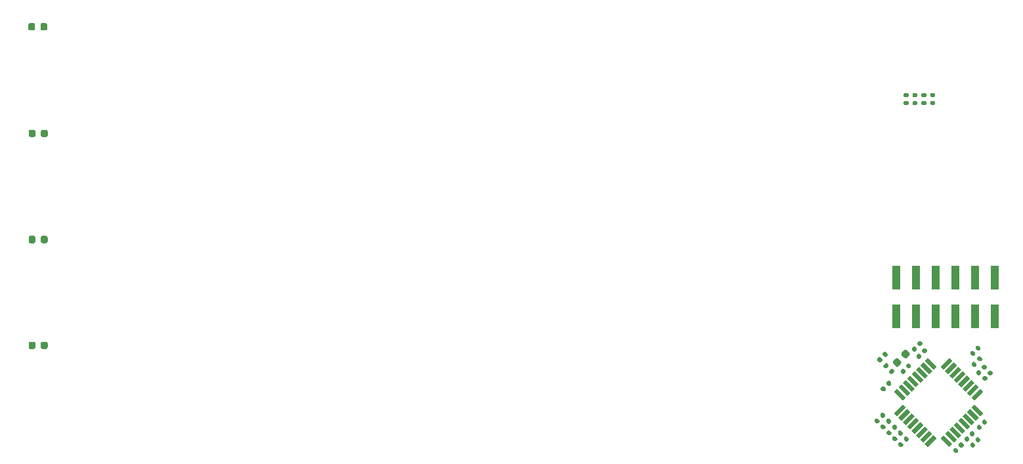
<source format=gbr>
%TF.GenerationSoftware,KiCad,Pcbnew,5.1.9+dfsg1-1~bpo10+1*%
%TF.CreationDate,2021-11-03T11:38:12+01:00*%
%TF.ProjectId,SynthoGame_top,53796e74-686f-4476-916d-655f746f702e,rev?*%
%TF.SameCoordinates,Original*%
%TF.FileFunction,Paste,Bot*%
%TF.FilePolarity,Positive*%
%FSLAX46Y46*%
G04 Gerber Fmt 4.6, Leading zero omitted, Abs format (unit mm)*
G04 Created by KiCad (PCBNEW 5.1.9+dfsg1-1~bpo10+1) date 2021-11-03 11:38:12*
%MOMM*%
%LPD*%
G01*
G04 APERTURE LIST*
%ADD10C,0.100000*%
%ADD11R,1.000000X3.150000*%
G04 APERTURE END LIST*
%TO.C,C61*%
G36*
G01*
X209882807Y-104877609D02*
X209642391Y-104637193D01*
G75*
G02*
X209642391Y-104439203I98995J98995D01*
G01*
X209840381Y-104241213D01*
G75*
G02*
X210038371Y-104241213I98995J-98995D01*
G01*
X210278787Y-104481629D01*
G75*
G02*
X210278787Y-104679619I-98995J-98995D01*
G01*
X210080797Y-104877609D01*
G75*
G02*
X209882807Y-104877609I-98995J98995D01*
G01*
G37*
G36*
G01*
X210561629Y-104198787D02*
X210321213Y-103958371D01*
G75*
G02*
X210321213Y-103760381I98995J98995D01*
G01*
X210519203Y-103562391D01*
G75*
G02*
X210717193Y-103562391I98995J-98995D01*
G01*
X210957609Y-103802807D01*
G75*
G02*
X210957609Y-104000797I-98995J-98995D01*
G01*
X210759619Y-104198787D01*
G75*
G02*
X210561629Y-104198787I-98995J98995D01*
G01*
G37*
%TD*%
%TO.C,C62*%
G36*
G01*
X212151629Y-107398787D02*
X211911213Y-107158371D01*
G75*
G02*
X211911213Y-106960381I98995J98995D01*
G01*
X212109203Y-106762391D01*
G75*
G02*
X212307193Y-106762391I98995J-98995D01*
G01*
X212547609Y-107002807D01*
G75*
G02*
X212547609Y-107200797I-98995J-98995D01*
G01*
X212349619Y-107398787D01*
G75*
G02*
X212151629Y-107398787I-98995J98995D01*
G01*
G37*
G36*
G01*
X211472807Y-108077609D02*
X211232391Y-107837193D01*
G75*
G02*
X211232391Y-107639203I98995J98995D01*
G01*
X211430381Y-107441213D01*
G75*
G02*
X211628371Y-107441213I98995J-98995D01*
G01*
X211868787Y-107681629D01*
G75*
G02*
X211868787Y-107879619I-98995J-98995D01*
G01*
X211670797Y-108077609D01*
G75*
G02*
X211472807Y-108077609I-98995J98995D01*
G01*
G37*
%TD*%
%TO.C,C64*%
G36*
G01*
X210551629Y-115998787D02*
X210311213Y-115758371D01*
G75*
G02*
X210311213Y-115560381I98995J98995D01*
G01*
X210509203Y-115362391D01*
G75*
G02*
X210707193Y-115362391I98995J-98995D01*
G01*
X210947609Y-115602807D01*
G75*
G02*
X210947609Y-115800797I-98995J-98995D01*
G01*
X210749619Y-115998787D01*
G75*
G02*
X210551629Y-115998787I-98995J98995D01*
G01*
G37*
G36*
G01*
X209872807Y-116677609D02*
X209632391Y-116437193D01*
G75*
G02*
X209632391Y-116239203I98995J98995D01*
G01*
X209830381Y-116041213D01*
G75*
G02*
X210028371Y-116041213I98995J-98995D01*
G01*
X210268787Y-116281629D01*
G75*
G02*
X210268787Y-116479619I-98995J-98995D01*
G01*
X210070797Y-116677609D01*
G75*
G02*
X209872807Y-116677609I-98995J98995D01*
G01*
G37*
%TD*%
%TO.C,C65*%
G36*
G01*
X200922807Y-107167609D02*
X200682391Y-106927193D01*
G75*
G02*
X200682391Y-106729203I98995J98995D01*
G01*
X200880381Y-106531213D01*
G75*
G02*
X201078371Y-106531213I98995J-98995D01*
G01*
X201318787Y-106771629D01*
G75*
G02*
X201318787Y-106969619I-98995J-98995D01*
G01*
X201120797Y-107167609D01*
G75*
G02*
X200922807Y-107167609I-98995J98995D01*
G01*
G37*
G36*
G01*
X201601629Y-106488787D02*
X201361213Y-106248371D01*
G75*
G02*
X201361213Y-106050381I98995J98995D01*
G01*
X201559203Y-105852391D01*
G75*
G02*
X201757193Y-105852391I98995J-98995D01*
G01*
X201997609Y-106092807D01*
G75*
G02*
X201997609Y-106290797I-98995J-98995D01*
G01*
X201799619Y-106488787D01*
G75*
G02*
X201601629Y-106488787I-98995J98995D01*
G01*
G37*
%TD*%
%TO.C,C66*%
G36*
G01*
X209801629Y-115228787D02*
X209561213Y-114988371D01*
G75*
G02*
X209561213Y-114790381I98995J98995D01*
G01*
X209759203Y-114592391D01*
G75*
G02*
X209957193Y-114592391I98995J-98995D01*
G01*
X210197609Y-114832807D01*
G75*
G02*
X210197609Y-115030797I-98995J-98995D01*
G01*
X209999619Y-115228787D01*
G75*
G02*
X209801629Y-115228787I-98995J98995D01*
G01*
G37*
G36*
G01*
X209122807Y-115907609D02*
X208882391Y-115667193D01*
G75*
G02*
X208882391Y-115469203I98995J98995D01*
G01*
X209080381Y-115271213D01*
G75*
G02*
X209278371Y-115271213I98995J-98995D01*
G01*
X209518787Y-115511629D01*
G75*
G02*
X209518787Y-115709619I-98995J-98995D01*
G01*
X209320797Y-115907609D01*
G75*
G02*
X209122807Y-115907609I-98995J98995D01*
G01*
G37*
%TD*%
%TO.C,R27*%
G36*
G01*
X210079272Y-106272357D02*
X209817643Y-106010728D01*
G75*
G02*
X209817643Y-105819810I95459J95459D01*
G01*
X210008562Y-105628891D01*
G75*
G02*
X210199480Y-105628891I95459J-95459D01*
G01*
X210461109Y-105890520D01*
G75*
G02*
X210461109Y-106081438I-95459J-95459D01*
G01*
X210270190Y-106272357D01*
G75*
G02*
X210079272Y-106272357I-95459J95459D01*
G01*
G37*
G36*
G01*
X210800520Y-105551109D02*
X210538891Y-105289480D01*
G75*
G02*
X210538891Y-105098562I95459J95459D01*
G01*
X210729810Y-104907643D01*
G75*
G02*
X210920728Y-104907643I95459J-95459D01*
G01*
X211182357Y-105169272D01*
G75*
G02*
X211182357Y-105360190I-95459J-95459D01*
G01*
X210991438Y-105551109D01*
G75*
G02*
X210800520Y-105551109I-95459J95459D01*
G01*
G37*
%TD*%
%TO.C,R28*%
G36*
G01*
X210679272Y-107352357D02*
X210417643Y-107090728D01*
G75*
G02*
X210417643Y-106899810I95459J95459D01*
G01*
X210608562Y-106708891D01*
G75*
G02*
X210799480Y-106708891I95459J-95459D01*
G01*
X211061109Y-106970520D01*
G75*
G02*
X211061109Y-107161438I-95459J-95459D01*
G01*
X210870190Y-107352357D01*
G75*
G02*
X210679272Y-107352357I-95459J95459D01*
G01*
G37*
G36*
G01*
X211400520Y-106631109D02*
X211138891Y-106369480D01*
G75*
G02*
X211138891Y-106178562I95459J95459D01*
G01*
X211329810Y-105987643D01*
G75*
G02*
X211520728Y-105987643I95459J-95459D01*
G01*
X211782357Y-106249272D01*
G75*
G02*
X211782357Y-106440190I-95459J-95459D01*
G01*
X211591438Y-106631109D01*
G75*
G02*
X211400520Y-106631109I-95459J95459D01*
G01*
G37*
%TD*%
%TO.C,R31*%
G36*
G01*
X202379272Y-104312357D02*
X202117643Y-104050728D01*
G75*
G02*
X202117643Y-103859810I95459J95459D01*
G01*
X202308562Y-103668891D01*
G75*
G02*
X202499480Y-103668891I95459J-95459D01*
G01*
X202761109Y-103930520D01*
G75*
G02*
X202761109Y-104121438I-95459J-95459D01*
G01*
X202570190Y-104312357D01*
G75*
G02*
X202379272Y-104312357I-95459J95459D01*
G01*
G37*
G36*
G01*
X203100520Y-103591109D02*
X202838891Y-103329480D01*
G75*
G02*
X202838891Y-103138562I95459J95459D01*
G01*
X203029810Y-102947643D01*
G75*
G02*
X203220728Y-102947643I95459J-95459D01*
G01*
X203482357Y-103209272D01*
G75*
G02*
X203482357Y-103400190I-95459J-95459D01*
G01*
X203291438Y-103591109D01*
G75*
G02*
X203100520Y-103591109I-95459J95459D01*
G01*
G37*
%TD*%
%TO.C,R32*%
G36*
G01*
X203700520Y-104511109D02*
X203438891Y-104249480D01*
G75*
G02*
X203438891Y-104058562I95459J95459D01*
G01*
X203629810Y-103867643D01*
G75*
G02*
X203820728Y-103867643I95459J-95459D01*
G01*
X204082357Y-104129272D01*
G75*
G02*
X204082357Y-104320190I-95459J-95459D01*
G01*
X203891438Y-104511109D01*
G75*
G02*
X203700520Y-104511109I-95459J95459D01*
G01*
G37*
G36*
G01*
X202979272Y-105232357D02*
X202717643Y-104970728D01*
G75*
G02*
X202717643Y-104779810I95459J95459D01*
G01*
X202908562Y-104588891D01*
G75*
G02*
X203099480Y-104588891I95459J-95459D01*
G01*
X203361109Y-104850520D01*
G75*
G02*
X203361109Y-105041438I-95459J-95459D01*
G01*
X203170190Y-105232357D01*
G75*
G02*
X202979272Y-105232357I-95459J95459D01*
G01*
G37*
%TD*%
%TO.C,R33*%
G36*
G01*
X208440520Y-116661109D02*
X208178891Y-116399480D01*
G75*
G02*
X208178891Y-116208562I95459J95459D01*
G01*
X208369810Y-116017643D01*
G75*
G02*
X208560728Y-116017643I95459J-95459D01*
G01*
X208822357Y-116279272D01*
G75*
G02*
X208822357Y-116470190I-95459J-95459D01*
G01*
X208631438Y-116661109D01*
G75*
G02*
X208440520Y-116661109I-95459J95459D01*
G01*
G37*
G36*
G01*
X207719272Y-117382357D02*
X207457643Y-117120728D01*
G75*
G02*
X207457643Y-116929810I95459J95459D01*
G01*
X207648562Y-116738891D01*
G75*
G02*
X207839480Y-116738891I95459J-95459D01*
G01*
X208101109Y-117000520D01*
G75*
G02*
X208101109Y-117191438I-95459J-95459D01*
G01*
X207910190Y-117382357D01*
G75*
G02*
X207719272Y-117382357I-95459J95459D01*
G01*
G37*
%TD*%
%TO.C,R35*%
G36*
G01*
X201340205Y-115909636D02*
X201078576Y-115648007D01*
G75*
G02*
X201078576Y-115457089I95459J95459D01*
G01*
X201269495Y-115266170D01*
G75*
G02*
X201460413Y-115266170I95459J-95459D01*
G01*
X201722042Y-115527799D01*
G75*
G02*
X201722042Y-115718717I-95459J-95459D01*
G01*
X201531123Y-115909636D01*
G75*
G02*
X201340205Y-115909636I-95459J95459D01*
G01*
G37*
G36*
G01*
X200618957Y-116630884D02*
X200357328Y-116369255D01*
G75*
G02*
X200357328Y-116178337I95459J95459D01*
G01*
X200548247Y-115987418D01*
G75*
G02*
X200739165Y-115987418I95459J-95459D01*
G01*
X201000794Y-116249047D01*
G75*
G02*
X201000794Y-116439965I-95459J-95459D01*
G01*
X200809875Y-116630884D01*
G75*
G02*
X200618957Y-116630884I-95459J95459D01*
G01*
G37*
%TD*%
%TO.C,R36*%
G36*
G01*
X199855281Y-115867208D02*
X199593652Y-115605579D01*
G75*
G02*
X199593652Y-115414661I95459J95459D01*
G01*
X199784571Y-115223742D01*
G75*
G02*
X199975489Y-115223742I95459J-95459D01*
G01*
X200237118Y-115485371D01*
G75*
G02*
X200237118Y-115676289I-95459J-95459D01*
G01*
X200046199Y-115867208D01*
G75*
G02*
X199855281Y-115867208I-95459J95459D01*
G01*
G37*
G36*
G01*
X200576529Y-115145960D02*
X200314900Y-114884331D01*
G75*
G02*
X200314900Y-114693413I95459J95459D01*
G01*
X200505819Y-114502494D01*
G75*
G02*
X200696737Y-114502494I95459J-95459D01*
G01*
X200958366Y-114764123D01*
G75*
G02*
X200958366Y-114955041I-95459J-95459D01*
G01*
X200767447Y-115145960D01*
G75*
G02*
X200576529Y-115145960I-95459J95459D01*
G01*
G37*
%TD*%
%TO.C,R37*%
G36*
G01*
X199826996Y-114382286D02*
X199565367Y-114120657D01*
G75*
G02*
X199565367Y-113929739I95459J95459D01*
G01*
X199756286Y-113738820D01*
G75*
G02*
X199947204Y-113738820I95459J-95459D01*
G01*
X200208833Y-114000449D01*
G75*
G02*
X200208833Y-114191367I-95459J-95459D01*
G01*
X200017914Y-114382286D01*
G75*
G02*
X199826996Y-114382286I-95459J95459D01*
G01*
G37*
G36*
G01*
X199105748Y-115103534D02*
X198844119Y-114841905D01*
G75*
G02*
X198844119Y-114650987I95459J95459D01*
G01*
X199035038Y-114460068D01*
G75*
G02*
X199225956Y-114460068I95459J-95459D01*
G01*
X199487585Y-114721697D01*
G75*
G02*
X199487585Y-114912615I-95459J-95459D01*
G01*
X199296666Y-115103534D01*
G75*
G02*
X199105748Y-115103534I-95459J95459D01*
G01*
G37*
%TD*%
%TO.C,R38*%
G36*
G01*
X198342072Y-114339860D02*
X198080443Y-114078231D01*
G75*
G02*
X198080443Y-113887313I95459J95459D01*
G01*
X198271362Y-113696394D01*
G75*
G02*
X198462280Y-113696394I95459J-95459D01*
G01*
X198723909Y-113958023D01*
G75*
G02*
X198723909Y-114148941I-95459J-95459D01*
G01*
X198532990Y-114339860D01*
G75*
G02*
X198342072Y-114339860I-95459J95459D01*
G01*
G37*
G36*
G01*
X199063320Y-113618612D02*
X198801691Y-113356983D01*
G75*
G02*
X198801691Y-113166065I95459J95459D01*
G01*
X198992610Y-112975146D01*
G75*
G02*
X199183528Y-112975146I95459J-95459D01*
G01*
X199445157Y-113236775D01*
G75*
G02*
X199445157Y-113427693I-95459J-95459D01*
G01*
X199254238Y-113618612D01*
G75*
G02*
X199063320Y-113618612I-95459J95459D01*
G01*
G37*
%TD*%
%TO.C,R39*%
G36*
G01*
X198299645Y-112854935D02*
X198038016Y-112593306D01*
G75*
G02*
X198038016Y-112402388I95459J95459D01*
G01*
X198228935Y-112211469D01*
G75*
G02*
X198419853Y-112211469I95459J-95459D01*
G01*
X198681482Y-112473098D01*
G75*
G02*
X198681482Y-112664016I-95459J-95459D01*
G01*
X198490563Y-112854935D01*
G75*
G02*
X198299645Y-112854935I-95459J95459D01*
G01*
G37*
G36*
G01*
X197578397Y-113576183D02*
X197316768Y-113314554D01*
G75*
G02*
X197316768Y-113123636I95459J95459D01*
G01*
X197507687Y-112932717D01*
G75*
G02*
X197698605Y-112932717I95459J-95459D01*
G01*
X197960234Y-113194346D01*
G75*
G02*
X197960234Y-113385264I-95459J-95459D01*
G01*
X197769315Y-113576183D01*
G75*
G02*
X197578397Y-113576183I-95459J95459D01*
G01*
G37*
%TD*%
%TO.C,R40*%
G36*
G01*
X198359272Y-109442357D02*
X198097643Y-109180728D01*
G75*
G02*
X198097643Y-108989810I95459J95459D01*
G01*
X198288562Y-108798891D01*
G75*
G02*
X198479480Y-108798891I95459J-95459D01*
G01*
X198741109Y-109060520D01*
G75*
G02*
X198741109Y-109251438I-95459J-95459D01*
G01*
X198550190Y-109442357D01*
G75*
G02*
X198359272Y-109442357I-95459J95459D01*
G01*
G37*
G36*
G01*
X199080520Y-108721109D02*
X198818891Y-108459480D01*
G75*
G02*
X198818891Y-108268562I95459J95459D01*
G01*
X199009810Y-108077643D01*
G75*
G02*
X199200728Y-108077643I95459J-95459D01*
G01*
X199462357Y-108339272D01*
G75*
G02*
X199462357Y-108530190I-95459J-95459D01*
G01*
X199271438Y-108721109D01*
G75*
G02*
X199080520Y-108721109I-95459J95459D01*
G01*
G37*
%TD*%
D10*
%TO.C,U7*%
G36*
X211295243Y-112266536D02*
G01*
X210906334Y-112655445D01*
X209774963Y-111524074D01*
X210163872Y-111135165D01*
X211295243Y-112266536D01*
G37*
G36*
X210729557Y-112832221D02*
G01*
X210340648Y-113221130D01*
X209209277Y-112089759D01*
X209598186Y-111700850D01*
X210729557Y-112832221D01*
G37*
G36*
X210163872Y-113397907D02*
G01*
X209774963Y-113786816D01*
X208643592Y-112655445D01*
X209032501Y-112266536D01*
X210163872Y-113397907D01*
G37*
G36*
X209598187Y-113963592D02*
G01*
X209209278Y-114352501D01*
X208077907Y-113221130D01*
X208466816Y-112832221D01*
X209598187Y-113963592D01*
G37*
G36*
X209032501Y-114529278D02*
G01*
X208643592Y-114918187D01*
X207512221Y-113786816D01*
X207901130Y-113397907D01*
X209032501Y-114529278D01*
G37*
G36*
X208466816Y-115094963D02*
G01*
X208077907Y-115483872D01*
X206946536Y-114352501D01*
X207335445Y-113963592D01*
X208466816Y-115094963D01*
G37*
G36*
X207901130Y-115660648D02*
G01*
X207512221Y-116049557D01*
X206380850Y-114918186D01*
X206769759Y-114529277D01*
X207901130Y-115660648D01*
G37*
G36*
X207335445Y-116226334D02*
G01*
X206946536Y-116615243D01*
X205815165Y-115483872D01*
X206204074Y-115094963D01*
X207335445Y-116226334D01*
G37*
G36*
X204153464Y-116615243D02*
G01*
X203764555Y-116226334D01*
X204895926Y-115094963D01*
X205284835Y-115483872D01*
X204153464Y-116615243D01*
G37*
G36*
X203587779Y-116049557D02*
G01*
X203198870Y-115660648D01*
X204330241Y-114529277D01*
X204719150Y-114918186D01*
X203587779Y-116049557D01*
G37*
G36*
X203022093Y-115483872D02*
G01*
X202633184Y-115094963D01*
X203764555Y-113963592D01*
X204153464Y-114352501D01*
X203022093Y-115483872D01*
G37*
G36*
X202456408Y-114918187D02*
G01*
X202067499Y-114529278D01*
X203198870Y-113397907D01*
X203587779Y-113786816D01*
X202456408Y-114918187D01*
G37*
G36*
X201890722Y-114352501D02*
G01*
X201501813Y-113963592D01*
X202633184Y-112832221D01*
X203022093Y-113221130D01*
X201890722Y-114352501D01*
G37*
G36*
X201325037Y-113786816D02*
G01*
X200936128Y-113397907D01*
X202067499Y-112266536D01*
X202456408Y-112655445D01*
X201325037Y-113786816D01*
G37*
G36*
X200759352Y-113221130D02*
G01*
X200370443Y-112832221D01*
X201501814Y-111700850D01*
X201890723Y-112089759D01*
X200759352Y-113221130D01*
G37*
G36*
X200193666Y-112655445D02*
G01*
X199804757Y-112266536D01*
X200936128Y-111135165D01*
X201325037Y-111524074D01*
X200193666Y-112655445D01*
G37*
G36*
X201325037Y-110215926D02*
G01*
X200936128Y-110604835D01*
X199804757Y-109473464D01*
X200193666Y-109084555D01*
X201325037Y-110215926D01*
G37*
G36*
X201890723Y-109650241D02*
G01*
X201501814Y-110039150D01*
X200370443Y-108907779D01*
X200759352Y-108518870D01*
X201890723Y-109650241D01*
G37*
G36*
X202456408Y-109084555D02*
G01*
X202067499Y-109473464D01*
X200936128Y-108342093D01*
X201325037Y-107953184D01*
X202456408Y-109084555D01*
G37*
G36*
X203022093Y-108518870D02*
G01*
X202633184Y-108907779D01*
X201501813Y-107776408D01*
X201890722Y-107387499D01*
X203022093Y-108518870D01*
G37*
G36*
X203587779Y-107953184D02*
G01*
X203198870Y-108342093D01*
X202067499Y-107210722D01*
X202456408Y-106821813D01*
X203587779Y-107953184D01*
G37*
G36*
X204153464Y-107387499D02*
G01*
X203764555Y-107776408D01*
X202633184Y-106645037D01*
X203022093Y-106256128D01*
X204153464Y-107387499D01*
G37*
G36*
X204719150Y-106821814D02*
G01*
X204330241Y-107210723D01*
X203198870Y-106079352D01*
X203587779Y-105690443D01*
X204719150Y-106821814D01*
G37*
G36*
X205284835Y-106256128D02*
G01*
X204895926Y-106645037D01*
X203764555Y-105513666D01*
X204153464Y-105124757D01*
X205284835Y-106256128D01*
G37*
G36*
X206204074Y-106645037D02*
G01*
X205815165Y-106256128D01*
X206946536Y-105124757D01*
X207335445Y-105513666D01*
X206204074Y-106645037D01*
G37*
G36*
X206769759Y-107210723D02*
G01*
X206380850Y-106821814D01*
X207512221Y-105690443D01*
X207901130Y-106079352D01*
X206769759Y-107210723D01*
G37*
G36*
X207335445Y-107776408D02*
G01*
X206946536Y-107387499D01*
X208077907Y-106256128D01*
X208466816Y-106645037D01*
X207335445Y-107776408D01*
G37*
G36*
X207901130Y-108342093D02*
G01*
X207512221Y-107953184D01*
X208643592Y-106821813D01*
X209032501Y-107210722D01*
X207901130Y-108342093D01*
G37*
G36*
X208466816Y-108907779D02*
G01*
X208077907Y-108518870D01*
X209209278Y-107387499D01*
X209598187Y-107776408D01*
X208466816Y-108907779D01*
G37*
G36*
X209032501Y-109473464D02*
G01*
X208643592Y-109084555D01*
X209774963Y-107953184D01*
X210163872Y-108342093D01*
X209032501Y-109473464D01*
G37*
G36*
X209598186Y-110039150D02*
G01*
X209209277Y-109650241D01*
X210340648Y-108518870D01*
X210729557Y-108907779D01*
X209598186Y-110039150D01*
G37*
G36*
X210163872Y-110604835D02*
G01*
X209774963Y-110215926D01*
X210906334Y-109084555D01*
X211295243Y-109473464D01*
X210163872Y-110604835D01*
G37*
%TD*%
D11*
%TO.C,J1*%
X200140000Y-94750000D03*
X200140000Y-99800000D03*
X202680000Y-94750000D03*
X202680000Y-99800000D03*
X205220000Y-94750000D03*
X205220000Y-99800000D03*
X207760000Y-94750000D03*
X207760000Y-99800000D03*
X210300000Y-94750000D03*
X210300000Y-99800000D03*
X212840000Y-94750000D03*
X212840000Y-99800000D03*
%TD*%
%TO.C,C1*%
G36*
G01*
X200060571Y-106212983D02*
X199707017Y-105859429D01*
G75*
G02*
X199707017Y-105541231I159099J159099D01*
G01*
X200025215Y-105223033D01*
G75*
G02*
X200343413Y-105223033I159099J-159099D01*
G01*
X200696967Y-105576587D01*
G75*
G02*
X200696967Y-105894785I-159099J-159099D01*
G01*
X200378769Y-106212983D01*
G75*
G02*
X200060571Y-106212983I-159099J159099D01*
G01*
G37*
G36*
G01*
X201156587Y-105116967D02*
X200803033Y-104763413D01*
G75*
G02*
X200803033Y-104445215I159099J159099D01*
G01*
X201121231Y-104127017D01*
G75*
G02*
X201439429Y-104127017I159099J-159099D01*
G01*
X201792983Y-104480571D01*
G75*
G02*
X201792983Y-104798769I-159099J-159099D01*
G01*
X201474785Y-105116967D01*
G75*
G02*
X201156587Y-105116967I-159099J159099D01*
G01*
G37*
%TD*%
%TO.C,C2*%
G36*
G01*
X211567193Y-113062391D02*
X211807609Y-113302807D01*
G75*
G02*
X211807609Y-113500797I-98995J-98995D01*
G01*
X211609619Y-113698787D01*
G75*
G02*
X211411629Y-113698787I-98995J98995D01*
G01*
X211171213Y-113458371D01*
G75*
G02*
X211171213Y-113260381I98995J98995D01*
G01*
X211369203Y-113062391D01*
G75*
G02*
X211567193Y-113062391I98995J-98995D01*
G01*
G37*
G36*
G01*
X210888371Y-113741213D02*
X211128787Y-113981629D01*
G75*
G02*
X211128787Y-114179619I-98995J-98995D01*
G01*
X210930797Y-114377609D01*
G75*
G02*
X210732807Y-114377609I-98995J98995D01*
G01*
X210492391Y-114137193D01*
G75*
G02*
X210492391Y-113939203I98995J98995D01*
G01*
X210690381Y-113741213D01*
G75*
G02*
X210888371Y-113741213I98995J-98995D01*
G01*
G37*
%TD*%
%TO.C,D1*%
G36*
G01*
X89800000Y-103756250D02*
X89800000Y-103243750D01*
G75*
G02*
X90018750Y-103025000I218750J0D01*
G01*
X90456250Y-103025000D01*
G75*
G02*
X90675000Y-103243750I0J-218750D01*
G01*
X90675000Y-103756250D01*
G75*
G02*
X90456250Y-103975000I-218750J0D01*
G01*
X90018750Y-103975000D01*
G75*
G02*
X89800000Y-103756250I0J218750D01*
G01*
G37*
G36*
G01*
X88225000Y-103756250D02*
X88225000Y-103243750D01*
G75*
G02*
X88443750Y-103025000I218750J0D01*
G01*
X88881250Y-103025000D01*
G75*
G02*
X89100000Y-103243750I0J-218750D01*
G01*
X89100000Y-103756250D01*
G75*
G02*
X88881250Y-103975000I-218750J0D01*
G01*
X88443750Y-103975000D01*
G75*
G02*
X88225000Y-103756250I0J218750D01*
G01*
G37*
%TD*%
%TO.C,D2*%
G36*
G01*
X89800000Y-90106250D02*
X89800000Y-89593750D01*
G75*
G02*
X90018750Y-89375000I218750J0D01*
G01*
X90456250Y-89375000D01*
G75*
G02*
X90675000Y-89593750I0J-218750D01*
G01*
X90675000Y-90106250D01*
G75*
G02*
X90456250Y-90325000I-218750J0D01*
G01*
X90018750Y-90325000D01*
G75*
G02*
X89800000Y-90106250I0J218750D01*
G01*
G37*
G36*
G01*
X88225000Y-90106250D02*
X88225000Y-89593750D01*
G75*
G02*
X88443750Y-89375000I218750J0D01*
G01*
X88881250Y-89375000D01*
G75*
G02*
X89100000Y-89593750I0J-218750D01*
G01*
X89100000Y-90106250D01*
G75*
G02*
X88881250Y-90325000I-218750J0D01*
G01*
X88443750Y-90325000D01*
G75*
G02*
X88225000Y-90106250I0J218750D01*
G01*
G37*
%TD*%
%TO.C,D3*%
G36*
G01*
X88237500Y-76406250D02*
X88237500Y-75893750D01*
G75*
G02*
X88456250Y-75675000I218750J0D01*
G01*
X88893750Y-75675000D01*
G75*
G02*
X89112500Y-75893750I0J-218750D01*
G01*
X89112500Y-76406250D01*
G75*
G02*
X88893750Y-76625000I-218750J0D01*
G01*
X88456250Y-76625000D01*
G75*
G02*
X88237500Y-76406250I0J218750D01*
G01*
G37*
G36*
G01*
X89812500Y-76406250D02*
X89812500Y-75893750D01*
G75*
G02*
X90031250Y-75675000I218750J0D01*
G01*
X90468750Y-75675000D01*
G75*
G02*
X90687500Y-75893750I0J-218750D01*
G01*
X90687500Y-76406250D01*
G75*
G02*
X90468750Y-76625000I-218750J0D01*
G01*
X90031250Y-76625000D01*
G75*
G02*
X89812500Y-76406250I0J218750D01*
G01*
G37*
%TD*%
%TO.C,D4*%
G36*
G01*
X88175000Y-62656250D02*
X88175000Y-62143750D01*
G75*
G02*
X88393750Y-61925000I218750J0D01*
G01*
X88831250Y-61925000D01*
G75*
G02*
X89050000Y-62143750I0J-218750D01*
G01*
X89050000Y-62656250D01*
G75*
G02*
X88831250Y-62875000I-218750J0D01*
G01*
X88393750Y-62875000D01*
G75*
G02*
X88175000Y-62656250I0J218750D01*
G01*
G37*
G36*
G01*
X89750000Y-62656250D02*
X89750000Y-62143750D01*
G75*
G02*
X89968750Y-61925000I218750J0D01*
G01*
X90406250Y-61925000D01*
G75*
G02*
X90625000Y-62143750I0J-218750D01*
G01*
X90625000Y-62656250D01*
G75*
G02*
X90406250Y-62875000I-218750J0D01*
G01*
X89968750Y-62875000D01*
G75*
G02*
X89750000Y-62656250I0J218750D01*
G01*
G37*
%TD*%
%TO.C,FB1*%
G36*
G01*
X198759567Y-104346481D02*
X199003519Y-104590433D01*
G75*
G02*
X199003519Y-104799029I-104298J-104298D01*
G01*
X198794923Y-105007625D01*
G75*
G02*
X198586327Y-105007625I-104298J104298D01*
G01*
X198342375Y-104763673D01*
G75*
G02*
X198342375Y-104555077I104298J104298D01*
G01*
X198550971Y-104346481D01*
G75*
G02*
X198759567Y-104346481I104298J-104298D01*
G01*
G37*
G36*
G01*
X198073673Y-105032375D02*
X198317625Y-105276327D01*
G75*
G02*
X198317625Y-105484923I-104298J-104298D01*
G01*
X198109029Y-105693519D01*
G75*
G02*
X197900433Y-105693519I-104298J104298D01*
G01*
X197656481Y-105449567D01*
G75*
G02*
X197656481Y-105240971I104298J104298D01*
G01*
X197865077Y-105032375D01*
G75*
G02*
X198073673Y-105032375I104298J-104298D01*
G01*
G37*
%TD*%
%TO.C,R1*%
G36*
G01*
X201185000Y-71990000D02*
X201555000Y-71990000D01*
G75*
G02*
X201690000Y-72125000I0J-135000D01*
G01*
X201690000Y-72395000D01*
G75*
G02*
X201555000Y-72530000I-135000J0D01*
G01*
X201185000Y-72530000D01*
G75*
G02*
X201050000Y-72395000I0J135000D01*
G01*
X201050000Y-72125000D01*
G75*
G02*
X201185000Y-71990000I135000J0D01*
G01*
G37*
G36*
G01*
X201185000Y-70970000D02*
X201555000Y-70970000D01*
G75*
G02*
X201690000Y-71105000I0J-135000D01*
G01*
X201690000Y-71375000D01*
G75*
G02*
X201555000Y-71510000I-135000J0D01*
G01*
X201185000Y-71510000D01*
G75*
G02*
X201050000Y-71375000I0J135000D01*
G01*
X201050000Y-71105000D01*
G75*
G02*
X201185000Y-70970000I135000J0D01*
G01*
G37*
%TD*%
%TO.C,R2*%
G36*
G01*
X202315000Y-71980000D02*
X202685000Y-71980000D01*
G75*
G02*
X202820000Y-72115000I0J-135000D01*
G01*
X202820000Y-72385000D01*
G75*
G02*
X202685000Y-72520000I-135000J0D01*
G01*
X202315000Y-72520000D01*
G75*
G02*
X202180000Y-72385000I0J135000D01*
G01*
X202180000Y-72115000D01*
G75*
G02*
X202315000Y-71980000I135000J0D01*
G01*
G37*
G36*
G01*
X202315000Y-70960000D02*
X202685000Y-70960000D01*
G75*
G02*
X202820000Y-71095000I0J-135000D01*
G01*
X202820000Y-71365000D01*
G75*
G02*
X202685000Y-71500000I-135000J0D01*
G01*
X202315000Y-71500000D01*
G75*
G02*
X202180000Y-71365000I0J135000D01*
G01*
X202180000Y-71095000D01*
G75*
G02*
X202315000Y-70960000I135000J0D01*
G01*
G37*
%TD*%
%TO.C,R3*%
G36*
G01*
X203455000Y-70950000D02*
X203825000Y-70950000D01*
G75*
G02*
X203960000Y-71085000I0J-135000D01*
G01*
X203960000Y-71355000D01*
G75*
G02*
X203825000Y-71490000I-135000J0D01*
G01*
X203455000Y-71490000D01*
G75*
G02*
X203320000Y-71355000I0J135000D01*
G01*
X203320000Y-71085000D01*
G75*
G02*
X203455000Y-70950000I135000J0D01*
G01*
G37*
G36*
G01*
X203455000Y-71970000D02*
X203825000Y-71970000D01*
G75*
G02*
X203960000Y-72105000I0J-135000D01*
G01*
X203960000Y-72375000D01*
G75*
G02*
X203825000Y-72510000I-135000J0D01*
G01*
X203455000Y-72510000D01*
G75*
G02*
X203320000Y-72375000I0J135000D01*
G01*
X203320000Y-72105000D01*
G75*
G02*
X203455000Y-71970000I135000J0D01*
G01*
G37*
%TD*%
%TO.C,R4*%
G36*
G01*
X204605000Y-70950000D02*
X204975000Y-70950000D01*
G75*
G02*
X205110000Y-71085000I0J-135000D01*
G01*
X205110000Y-71355000D01*
G75*
G02*
X204975000Y-71490000I-135000J0D01*
G01*
X204605000Y-71490000D01*
G75*
G02*
X204470000Y-71355000I0J135000D01*
G01*
X204470000Y-71085000D01*
G75*
G02*
X204605000Y-70950000I135000J0D01*
G01*
G37*
G36*
G01*
X204605000Y-71970000D02*
X204975000Y-71970000D01*
G75*
G02*
X205110000Y-72105000I0J-135000D01*
G01*
X205110000Y-72375000D01*
G75*
G02*
X204975000Y-72510000I-135000J0D01*
G01*
X204605000Y-72510000D01*
G75*
G02*
X204470000Y-72375000I0J135000D01*
G01*
X204470000Y-72105000D01*
G75*
G02*
X204605000Y-71970000I135000J0D01*
G01*
G37*
%TD*%
%TO.C,R5*%
G36*
G01*
X198447643Y-106069272D02*
X198709272Y-105807643D01*
G75*
G02*
X198900190Y-105807643I95459J-95459D01*
G01*
X199091109Y-105998562D01*
G75*
G02*
X199091109Y-106189480I-95459J-95459D01*
G01*
X198829480Y-106451109D01*
G75*
G02*
X198638562Y-106451109I-95459J95459D01*
G01*
X198447643Y-106260190D01*
G75*
G02*
X198447643Y-106069272I95459J95459D01*
G01*
G37*
G36*
G01*
X199168891Y-106790520D02*
X199430520Y-106528891D01*
G75*
G02*
X199621438Y-106528891I95459J-95459D01*
G01*
X199812357Y-106719810D01*
G75*
G02*
X199812357Y-106910728I-95459J-95459D01*
G01*
X199550728Y-107172357D01*
G75*
G02*
X199359810Y-107172357I-95459J95459D01*
G01*
X199168891Y-106981438D01*
G75*
G02*
X199168891Y-106790520I95459J95459D01*
G01*
G37*
%TD*%
M02*

</source>
